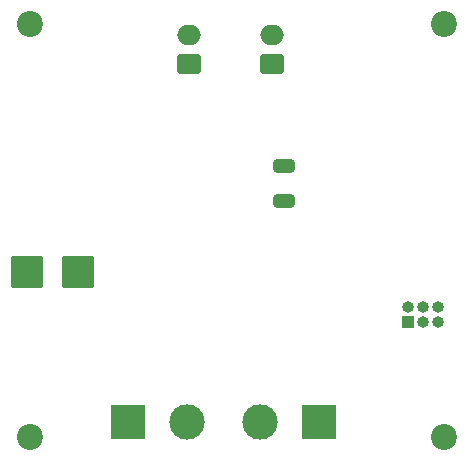
<source format=gbr>
%TF.GenerationSoftware,KiCad,Pcbnew,8.0.2*%
%TF.CreationDate,2024-11-04T12:25:00+02:00*%
%TF.ProjectId,Little Boy - External,4c697474-6c65-4204-926f-79202d204578,rev?*%
%TF.SameCoordinates,Original*%
%TF.FileFunction,Soldermask,Bot*%
%TF.FilePolarity,Negative*%
%FSLAX46Y46*%
G04 Gerber Fmt 4.6, Leading zero omitted, Abs format (unit mm)*
G04 Created by KiCad (PCBNEW 8.0.2) date 2024-11-04 12:25:00*
%MOMM*%
%LPD*%
G01*
G04 APERTURE LIST*
G04 Aperture macros list*
%AMRoundRect*
0 Rectangle with rounded corners*
0 $1 Rounding radius*
0 $2 $3 $4 $5 $6 $7 $8 $9 X,Y pos of 4 corners*
0 Add a 4 corners polygon primitive as box body*
4,1,4,$2,$3,$4,$5,$6,$7,$8,$9,$2,$3,0*
0 Add four circle primitives for the rounded corners*
1,1,$1+$1,$2,$3*
1,1,$1+$1,$4,$5*
1,1,$1+$1,$6,$7*
1,1,$1+$1,$8,$9*
0 Add four rect primitives between the rounded corners*
20,1,$1+$1,$2,$3,$4,$5,0*
20,1,$1+$1,$4,$5,$6,$7,0*
20,1,$1+$1,$6,$7,$8,$9,0*
20,1,$1+$1,$8,$9,$2,$3,0*%
G04 Aperture macros list end*
%ADD10RoundRect,0.250000X-1.125000X-1.125000X1.125000X-1.125000X1.125000X1.125000X-1.125000X1.125000X0*%
%ADD11C,2.200000*%
%ADD12R,3.000000X3.000000*%
%ADD13C,3.000000*%
%ADD14R,1.000000X1.000000*%
%ADD15O,1.000000X1.000000*%
%ADD16RoundRect,0.250000X0.750000X-0.600000X0.750000X0.600000X-0.750000X0.600000X-0.750000X-0.600000X0*%
%ADD17O,2.000000X1.700000*%
%ADD18RoundRect,0.250000X0.650000X-0.325000X0.650000X0.325000X-0.650000X0.325000X-0.650000X-0.325000X0*%
G04 APERTURE END LIST*
D10*
%TO.C,J6*%
X129500000Y-66500000D03*
%TD*%
D11*
%TO.C,H4*%
X160500000Y-45500000D03*
%TD*%
%TO.C,H7*%
X125500000Y-45500000D03*
%TD*%
D12*
%TO.C,J4*%
X149950000Y-79250000D03*
D13*
X144950000Y-79250000D03*
%TD*%
D14*
%TO.C,SWD*%
X157475000Y-70750000D03*
D15*
X157475000Y-69479999D03*
X158745001Y-70750000D03*
X158745000Y-69480002D03*
X160015001Y-70750001D03*
X160014999Y-69480000D03*
%TD*%
D12*
%TO.C,J3*%
X133750000Y-79250000D03*
D13*
X138750000Y-79250000D03*
%TD*%
D16*
%TO.C,J8*%
X138972499Y-48955001D03*
D17*
X138972500Y-46455001D03*
%TD*%
D10*
%TO.C,J5*%
X125250000Y-66500000D03*
%TD*%
D16*
%TO.C,J9*%
X145972498Y-48955001D03*
D17*
X145972497Y-46455001D03*
%TD*%
D11*
%TO.C,H1*%
X160500000Y-80500000D03*
%TD*%
%TO.C,H10*%
X125500000Y-80500000D03*
%TD*%
D18*
%TO.C,C21*%
X147000000Y-60475000D03*
X147000000Y-57525000D03*
%TD*%
M02*

</source>
